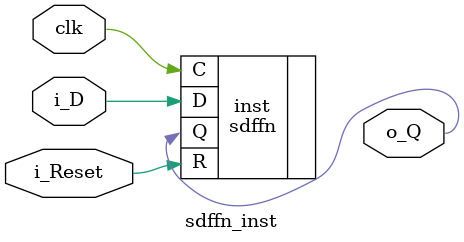
<source format=v>
                                   

`timescale 1ns / 1ps

module sdffn_inst (
	input clk, //clock
	input i_Reset, //reset signal
	input i_D, //input to flop
	output o_Q  //output from flop
	);

//
// INSTANTIATIONS
//
	sdffn inst(
		.D(i_D),
		.R(i_Reset),
		.C(clk),
		.Q(o_Q)
		);

endmodule
</source>
